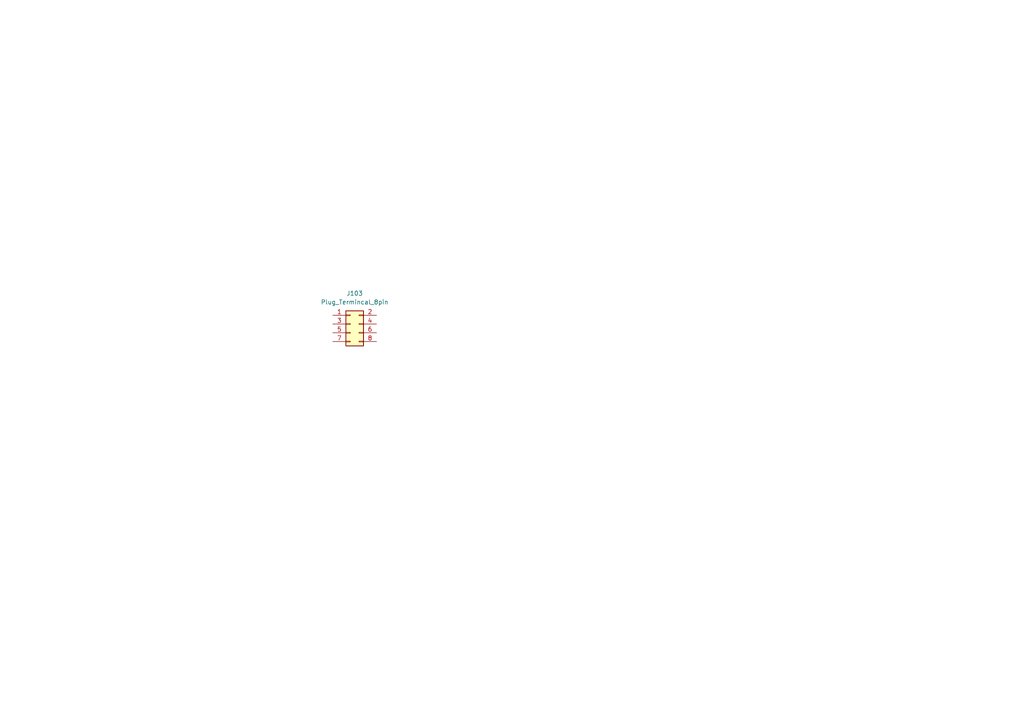
<source format=kicad_sch>
(kicad_sch (version 20250114) (generator "eeschema") (generator_version "9.0")
  (paper "A4")
  (lib_symbols
    (symbol "MYLIB_Misc:Plug_Termincal_8pin" (pin_names (hide yes))
      (property "Reference" "J" (at 0 5.334 0))
      (property "Value" "Plug_Termincal_8pin" (at 0 3.302 0))
      (symbol "Plug_Termincal_8pin_1_1"
        (rectangle (start -2.54 1.27) (end 2.54 -8.89) (stroke (width 0.254)) (fill (type background)))
        (rectangle (start -2.54 0.127) (end -1.27 -0.127) (stroke (width 0.1524)))
        (rectangle (start -2.54 -2.413) (end -1.27 -2.667) (stroke (width 0.1524)))
        (rectangle (start -2.54 -4.953) (end -1.27 -5.207) (stroke (width 0.1524)))
        (rectangle (start -2.54 -7.493) (end -1.27 -7.747) (stroke (width 0.1524)))
        (rectangle (start 2.54 0.127) (end 1.27 -0.127) (stroke (width 0.1524)))
        (rectangle (start 2.54 -2.413) (end 1.27 -2.667) (stroke (width 0.1524)))
        (rectangle (start 2.54 -4.953) (end 1.27 -5.207) (stroke (width 0.1524)))
        (rectangle (start 2.54 -7.493) (end 1.27 -7.747) (stroke (width 0.1524)))
        (pin passive line (at -6.35 0 0) (length 3.81) (name "Pin_1") (number "1"))
        (pin passive line (at -6.35 -2.54 0) (length 3.81) (name "Pin_3") (number "3"))
        (pin passive line (at -6.35 -5.08 0) (length 3.81) (name "Pin_5") (number "5"))
        (pin passive line (at -6.35 -7.62 0) (length 3.81) (name "Pin_7") (number "7"))
        (pin passive line (at 6.35 0 180) (length 3.81) (name "Pin_2") (number "2"))
        (pin passive line (at 6.35 -2.54 180) (length 3.81) (name "Pin_4") (number "4"))
        (pin passive line (at 6.35 -5.08 180) (length 3.81) (name "Pin_6") (number "6"))
        (pin passive line (at 6.35 -7.62 180) (length 3.81) (name "Pin_8") (number "8"))
      )
    )
  )
  (symbol (lib_id "MYLIB_Misc:Plug_Termincal_8pin") (at 102.87 91.44 0) (unit 1)
    (property "Reference" "J103" (at 102.87 85.09 0))
    (property "Value" "Plug_Termincal_8pin" (at 102.87 87.63 0))
    (property "Footprint" "MYLIB_Misc:DMC 1,5_ 8-G1-3,5 P20THR" (effects (hide yes)))
    (property "Datasheet" "https://product-download.phoenixcontact.com/7581871?response-content-disposition=inline;%20filename%3D%221786895_02_en_00.pdf%22&Expires=1762790272&Signature=swgT~pfHFsm~KFte~1FyTUdCZaY3mURW7Sm3ZO1670aosCFDktyp77XVjT~WM-BF5UAYAn7SB97Gn5JYnUQEo2Fo4coNlwQu8FvGxlAgu6cPDUpTS7qKwCUFJAfHbnWDITx10Xgr4f3IGJZgshPlJKuMwfqJ1~soOFux2NQtmqne1nW1QpnapOHvfXEmIqUT8lfI05sqOMTbP8aHqqhzBDIfpY8psZXo36OHFrhnt8hDQ0wXe394Nf9wPZgUL--r-V-FA68hmgIiKUjjxetMxbp5wlmyiyZTnTkfqKPBXq4SCTPMeVpkhphIF7vmWwvwFFSD8XTuiqvSgzKTNBIHtQ__&Key-Pair-Id=K1I2N54A7B0GD" (effects (hide yes)))
    (property "Description" "Pluggable Terminal Blocks 8 Pos 3.5mm Dbl Row Plug 24-16AWG Spring" (effects (hide yes)))
    (property "Mating Connector Mouser" " 651-1790357" (effects (hide yes)))
    (property "Mating Connector Link" "https://product-download.phoenixcontact.com/8945604?response-content-disposition=inline;%20filename%3D%221790357_04_en_03.pdf%22&Expires=1762789986&Signature=ipEMNH2oRldeatNpCt2LgQ2qfu7zONe9r5fTnUSu~jVXEFxJXimB1mNBJG54W6gMaB3mL1auhUEZHbNWKHeBpVePo4wLkQTSMGiAroKySyTr75NkMuRgQrBNp5zFPa0nsk04bgnmTglvgn3Nkk0r-ygqga5CCZms3pwphqmh2MiSRDj1dVFlWYrLZMXfeWBeOA8eRxkTpTCFV9F7L5cZnVIsq0jCQRITzgdzqH05q~PF1m-rPiv5SdIFT0eLthdpIX2QoY37c2J4~ZpfG3fvrBenTcVOu77f1kcfo4KCglyWA8fQXeP5CE9fn8rCtQ8mClfe-vR81PjWTNgBQX~ynw__&Key-Pair-Id=K1I2N54A7B0GD" (effects (hide yes)))
  )
)
</source>
